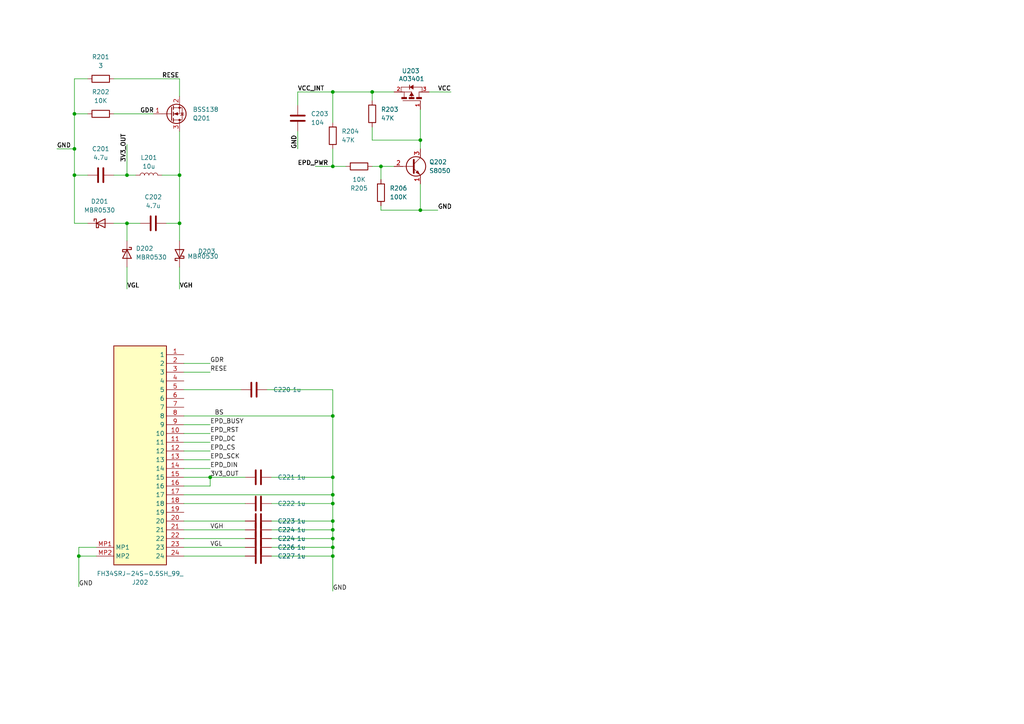
<source format=kicad_sch>
(kicad_sch (version 20250114) (generator "eeschema") (generator_version "9.0")
  (paper "A4")
  (lib_symbols
    (symbol "AO3401:AO3401" (pin_names (offset 1.016))
      (property "Reference" "U" (at 0 -2.54 90))
      (property "Value" "AO3401" (at 2.54 -2.54 90))
      (symbol "AO3401_0_0"
        (polyline (pts (xy -0.508 0) (xy -0.508 -1.397)) (stroke (width 0.1524)))
        (polyline (pts (xy -0.508 -1.397) (xy 2.159 -1.397)) (stroke (width 0.1524)))
        (rectangle (start -0.381 1.524) (end 1.143 2.032) (stroke (width 0.1)) (fill (type outline)))
        (polyline (pts (xy 0 2.54) (xy 5.08 2.54)) (stroke (width 0.1524)))
        (polyline (pts (xy 0.381 1.524) (xy 0.381 0)) (stroke (width 0.1524)))
        (polyline (pts (xy 0.381 0) (xy 0 0)) (stroke (width 0.1524)))
        (rectangle (start 1.778 1.524) (end 3.302 2.032) (stroke (width 0.1)) (fill (type outline)))
        (polyline (pts (xy 2.54 1.651) (xy 2.54 0)) (stroke (width 0.1524)))
        (polyline (pts (xy 2.54 0.127) (xy 3.175 1.143) (xy 1.905 1.143) (xy 2.54 0.127)) (stroke (width 0.1016)) (fill (type outline)))
        (polyline (pts (xy 2.54 0) (xy 4.699 0)) (stroke (width 0.1524)))
        (polyline (pts (xy 3.048 -1.397) (xy 5.588 -1.397)) (stroke (width 0.1524)))
        (polyline (pts (xy 3.048 -1.397) (xy 2.032 -0.762) (xy 2.032 -2.032) (xy 3.048 -1.397)) (stroke (width 0.1016)) (fill (type outline)))
        (rectangle (start 3.048 -2.032) (end 3.175 -0.762) (stroke (width 0.1)) (fill (type outline)))
        (rectangle (start 3.937 1.524) (end 5.461 2.032) (stroke (width 0.1)) (fill (type outline)))
        (polyline (pts (xy 4.699 1.524) (xy 4.699 0)) (stroke (width 0.1524)))
        (polyline (pts (xy 4.699 0) (xy 5.08 0)) (stroke (width 0.1524)))
        (polyline (pts (xy 5.588 -1.397) (xy 5.588 0)) (stroke (width 0.1524)))
        (pin passive line (at -2.54 0 0) (length 2.54) (name "~") (number "3"))
        (pin passive line (at 0 5.08 270) (length 2.54) (name "~") (number "1"))
        (pin passive line (at 7.62 0 180) (length 2.54) (name "~") (number "2"))
      )
    )
    (symbol "Device:C" (pin_numbers (hide yes)) (pin_names (offset 0.254))
      (property "Reference" "C" (at 0.635 2.54 0))
      (property "Value" "C" (at 0.635 -2.54 0))
      (symbol "C_0_1"
        (polyline (pts (xy -2.032 0.762) (xy 2.032 0.762)) (stroke (width 0.508)))
        (polyline (pts (xy -2.032 -0.762) (xy 2.032 -0.762)) (stroke (width 0.508)))
      )
      (symbol "C_1_1"
        (pin passive line (at 0 3.81 270) (length 2.794) (name "~") (number "1"))
        (pin passive line (at 0 -3.81 90) (length 2.794) (name "~") (number "2"))
      )
    )
    (symbol "Device:L" (pin_numbers (hide yes)) (pin_names (offset 1.016) (hide yes))
      (property "Reference" "L" (at -1.27 0 90))
      (property "Value" "L" (at 1.905 0 90))
      (symbol "L_0_1"
        (arc (start 0 2.54) (mid 0.6323 1.905) (end 0 1.27))
        (arc (start 0 1.27) (mid 0.6323 0.635) (end 0 0))
        (arc (start 0 0) (mid 0.6323 -0.635) (end 0 -1.27))
        (arc (start 0 -1.27) (mid 0.6323 -1.905) (end 0 -2.54))
      )
      (symbol "L_1_1"
        (pin passive line (at 0 3.81 270) (length 1.27) (name "1") (number "1"))
        (pin passive line (at 0 -3.81 90) (length 1.27) (name "2") (number "2"))
      )
    )
    (symbol "Device:R" (pin_numbers (hide yes)) (pin_names (offset 0))
      (property "Reference" "R" (at 2.032 0 90))
      (property "Value" "R" (at 0 0 90))
      (symbol "R_0_1"
        (rectangle (start -1.016 -2.54) (end 1.016 2.54) (stroke (width 0.254)))
      )
      (symbol "R_1_1"
        (pin passive line (at 0 3.81 270) (length 1.27) (name "~") (number "1"))
        (pin passive line (at 0 -3.81 90) (length 1.27) (name "~") (number "2"))
      )
    )
    (symbol "Diode:MBR0530" (pin_numbers (hide yes)) (pin_names (offset 1.016) (hide yes))
      (property "Reference" "D" (at 0 2.54 0))
      (property "Value" "MBR0530" (at 0 -2.54 0))
      (symbol "MBR0530_0_1"
        (polyline (pts (xy -1.905 0.635) (xy -1.905 1.27) (xy -1.27 1.27) (xy -1.27 -1.27) (xy -0.635 -1.27) (xy -0.635 -0.635)) (stroke (width 0.254)))
        (polyline (pts (xy 1.27 1.27) (xy 1.27 -1.27) (xy -1.27 0) (xy 1.27 1.27)) (stroke (width 0.254)))
        (polyline (pts (xy 1.27 0) (xy -1.27 0)))
      )
      (symbol "MBR0530_1_1"
        (pin passive line (at -3.81 0 0) (length 2.54) (name "K") (number "1"))
        (pin passive line (at 3.81 0 180) (length 2.54) (name "A") (number "2"))
      )
    )
    (symbol "FH34SRJ-24S-0.5SH(99):FH34SRJ-24S-0.5SH_99_"
      (property "Reference" "J" (at 21.59 7.62 0))
      (property "Value" "FH34SRJ-24S-0.5SH_99_" (at 21.59 5.08 0))
      (symbol "FH34SRJ-24S-0.5SH_99__1_1"
        (rectangle (start 5.08 2.54) (end 20.32 -60.96) (stroke (width 0.254)) (fill (type background)))
        (pin passive line (at 0 0 0) (length 5.08) (name "MP2") (number "MP2"))
        (pin passive line (at 0 -2.54 0) (length 5.08) (name "MP1") (number "MP1"))
        (pin passive line (at 25.4 0 180) (length 5.08) (name "24") (number "24"))
        (pin passive line (at 25.4 -2.54 180) (length 5.08) (name "23") (number "23"))
        (pin passive line (at 25.4 -5.08 180) (length 5.08) (name "22") (number "22"))
        (pin passive line (at 25.4 -7.62 180) (length 5.08) (name "21") (number "21"))
        (pin passive line (at 25.4 -10.16 180) (length 5.08) (name "20") (number "20"))
        (pin passive line (at 25.4 -12.7 180) (length 5.08) (name "19") (number "19"))
        (pin passive line (at 25.4 -15.24 180) (length 5.08) (name "18") (number "18"))
        (pin passive line (at 25.4 -17.78 180) (length 5.08) (name "17") (number "17"))
        (pin passive line (at 25.4 -20.32 180) (length 5.08) (name "16") (number "16"))
        (pin passive line (at 25.4 -22.86 180) (length 5.08) (name "15") (number "15"))
        (pin passive line (at 25.4 -25.4 180) (length 5.08) (name "14") (number "14"))
        (pin passive line (at 25.4 -27.94 180) (length 5.08) (name "13") (number "13"))
        (pin passive line (at 25.4 -30.48 180) (length 5.08) (name "12") (number "12"))
        (pin passive line (at 25.4 -33.02 180) (length 5.08) (name "11") (number "11"))
        (pin passive line (at 25.4 -35.56 180) (length 5.08) (name "10") (number "10"))
        (pin passive line (at 25.4 -38.1 180) (length 5.08) (name "9") (number "9"))
        (pin passive line (at 25.4 -40.64 180) (length 5.08) (name "8") (number "8"))
        (pin passive line (at 25.4 -43.18 180) (length 5.08) (name "7") (number "7"))
        (pin passive line (at 25.4 -45.72 180) (length 5.08) (name "6") (number "6"))
        (pin passive line (at 25.4 -48.26 180) (length 5.08) (name "5") (number "5"))
        (pin passive line (at 25.4 -50.8 180) (length 5.08) (name "4") (number "4"))
        (pin passive line (at 25.4 -53.34 180) (length 5.08) (name "3") (number "3"))
        (pin passive line (at 25.4 -55.88 180) (length 5.08) (name "2") (number "2"))
        (pin passive line (at 25.4 -58.42 180) (length 5.08) (name "1") (number "1"))
      )
    )
    (symbol "Transistor_BJT:S8050" (pin_names (offset 0) (hide yes))
      (property "Reference" "Q" (at 5.08 1.905 0))
      (property "Value" "S8050" (at 5.08 0 0))
      (symbol "S8050_0_1"
        (polyline (pts (xy -2.54 0) (xy 0.635 0)))
        (polyline (pts (xy 0.635 1.905) (xy 0.635 -1.905)) (stroke (width 0.508)))
        (circle (center 1.27 0) (radius 2.8194) (stroke (width 0.254)))
      )
      (symbol "S8050_1_1"
        (polyline (pts (xy 0.635 0.635) (xy 2.54 2.54)))
        (polyline (pts (xy 0.635 -0.635) (xy 2.54 -2.54)))
        (polyline (pts (xy 1.27 -1.778) (xy 1.778 -1.27) (xy 2.286 -2.286) (xy 1.27 -1.778)) (fill (type outline)))
        (pin input line (at -5.08 0 0) (length 2.54) (name "B") (number "2"))
        (pin passive line (at 2.54 5.08 270) (length 2.54) (name "C") (number "3"))
        (pin passive line (at 2.54 -5.08 90) (length 2.54) (name "E") (number "1"))
      )
    )
    (symbol "Transistor_FET:BSS138" (pin_names (hide yes))
      (property "Reference" "Q" (at 5.08 1.905 0))
      (property "Value" "BSS138" (at 5.08 0 0))
      (symbol "BSS138_0_1"
        (polyline (pts (xy 0.254 1.905) (xy 0.254 -1.905)) (stroke (width 0.254)))
        (polyline (pts (xy 0.254 0) (xy -2.54 0)))
        (polyline (pts (xy 0.762 2.286) (xy 0.762 1.27)) (stroke (width 0.254)))
        (polyline (pts (xy 0.762 0.508) (xy 0.762 -0.508)) (stroke (width 0.254)))
        (polyline (pts (xy 0.762 -1.27) (xy 0.762 -2.286)) (stroke (width 0.254)))
        (polyline (pts (xy 0.762 -1.778) (xy 3.302 -1.778) (xy 3.302 1.778) (xy 0.762 1.778)))
        (polyline (pts (xy 1.016 0) (xy 2.032 0.381) (xy 2.032 -0.381) (xy 1.016 0)) (fill (type outline)))
        (circle (center 1.651 0) (radius 2.794) (stroke (width 0.254)))
        (polyline (pts (xy 2.54 2.54) (xy 2.54 1.778)))
        (circle (center 2.54 1.778) (radius 0.254) (fill (type outline)))
        (circle (center 2.54 -1.778) (radius 0.254) (fill (type outline)))
        (polyline (pts (xy 2.54 -2.54) (xy 2.54 0) (xy 0.762 0)))
        (polyline (pts (xy 2.794 0.508) (xy 2.921 0.381) (xy 3.683 0.381) (xy 3.81 0.254)))
        (polyline (pts (xy 3.302 0.381) (xy 2.921 -0.254) (xy 3.683 -0.254) (xy 3.302 0.381)))
      )
      (symbol "BSS138_1_1"
        (pin input line (at -5.08 0 0) (length 2.54) (name "G") (number "1"))
        (pin passive line (at 2.54 5.08 270) (length 2.54) (name "D") (number "3"))
        (pin passive line (at 2.54 -5.08 90) (length 2.54) (name "S") (number "2"))
      )
    )
  )
  (junction (at 21.59 33.02))
  (junction (at 52.07 64.77))
  (junction (at 96.52 143.51))
  (junction (at 96.52 158.75))
  (junction (at 96.52 26.67))
  (junction (at 110.49 48.26))
  (junction (at 121.92 60.96))
  (junction (at 22.86 161.29))
  (junction (at 96.52 153.67))
  (junction (at 52.07 50.8))
  (junction (at 121.92 40.64))
  (junction (at 36.83 50.8))
  (junction (at 21.59 43.18))
  (junction (at 96.52 156.21))
  (junction (at 36.83 64.77))
  (junction (at 60.96 138.43))
  (junction (at 21.59 50.8))
  (junction (at 96.52 138.43))
  (junction (at 107.95 26.67))
  (junction (at 96.52 146.05))
  (junction (at 96.52 161.29))
  (junction (at 96.52 120.65))
  (junction (at 96.52 48.26))
  (junction (at 96.52 151.13))
  (wire (pts (xy 21.59 50.8) (xy 21.59 64.77)))
  (wire (pts (xy 53.34 151.13) (xy 71.12 151.13)))
  (wire (pts (xy 53.34 130.81) (xy 60.96 130.81)))
  (wire (pts (xy 78.74 158.75) (xy 96.52 158.75)))
  (wire (pts (xy 36.83 77.47) (xy 36.83 83.82)))
  (wire (pts (xy 91.44 48.26) (xy 96.52 48.26)))
  (wire (pts (xy 107.95 26.67) (xy 107.95 29.21)))
  (wire (pts (xy 46.99 50.8) (xy 52.07 50.8)))
  (wire (pts (xy 36.83 50.8) (xy 39.37 50.8)))
  (wire (pts (xy 21.59 43.18) (xy 21.59 50.8)))
  (wire (pts (xy 77.47 113.03) (xy 96.52 113.03)))
  (wire (pts (xy 86.36 26.67) (xy 86.36 30.48)))
  (wire (pts (xy 33.02 50.8) (xy 36.83 50.8)))
  (wire (pts (xy 96.52 156.21) (xy 96.52 158.75)))
  (wire (pts (xy 86.36 26.67) (xy 96.52 26.67)))
  (wire (pts (xy 96.52 161.29) (xy 96.52 171.45)))
  (wire (pts (xy 53.34 107.95) (xy 60.96 107.95)))
  (wire (pts (xy 21.59 33.02) (xy 21.59 43.18)))
  (wire (pts (xy 78.74 153.67) (xy 96.52 153.67)))
  (wire (pts (xy 22.86 161.29) (xy 22.86 170.18)))
  (wire (pts (xy 96.52 43.18) (xy 96.52 48.26)))
  (wire (pts (xy 53.34 128.27) (xy 60.96 128.27)))
  (wire (pts (xy 107.95 36.83) (xy 107.95 40.64)))
  (wire (pts (xy 21.59 64.77) (xy 25.4 64.77)))
  (wire (pts (xy 53.34 146.05) (xy 71.12 146.05)))
  (wire (pts (xy 96.52 146.05) (xy 96.52 151.13)))
  (wire (pts (xy 33.02 22.86) (xy 52.07 22.86)))
  (wire (pts (xy 96.52 26.67) (xy 96.52 35.56)))
  (wire (pts (xy 16.51 43.18) (xy 21.59 43.18)))
  (wire (pts (xy 96.52 113.03) (xy 96.52 120.65)))
  (wire (pts (xy 96.52 48.26) (xy 100.33 48.26)))
  (wire (pts (xy 53.34 105.41) (xy 60.96 105.41)))
  (wire (pts (xy 96.52 143.51) (xy 96.52 146.05)))
  (wire (pts (xy 53.34 123.19) (xy 60.96 123.19)))
  (wire (pts (xy 60.96 140.97) (xy 60.96 138.43)))
  (wire (pts (xy 48.26 64.77) (xy 52.07 64.77)))
  (wire (pts (xy 53.34 161.29) (xy 71.12 161.29)))
  (wire (pts (xy 21.59 33.02) (xy 25.4 33.02)))
  (wire (pts (xy 86.36 38.1) (xy 86.36 43.18)))
  (wire (pts (xy 22.86 158.75) (xy 27.94 158.75)))
  (wire (pts (xy 78.74 146.05) (xy 96.52 146.05)))
  (wire (pts (xy 110.49 48.26) (xy 110.49 52.07)))
  (wire (pts (xy 60.96 138.43) (xy 71.12 138.43)))
  (wire (pts (xy 53.34 125.73) (xy 60.96 125.73)))
  (wire (pts (xy 53.34 153.67) (xy 71.12 153.67)))
  (wire (pts (xy 53.34 138.43) (xy 60.96 138.43)))
  (wire (pts (xy 114.3 26.67) (xy 107.95 26.67)))
  (wire (pts (xy 107.95 48.26) (xy 110.49 48.26)))
  (wire (pts (xy 53.34 113.03) (xy 69.85 113.03)))
  (wire (pts (xy 78.74 156.21) (xy 96.52 156.21)))
  (wire (pts (xy 33.02 33.02) (xy 44.45 33.02)))
  (wire (pts (xy 53.34 133.35) (xy 60.96 133.35)))
  (wire (pts (xy 52.07 64.77) (xy 52.07 69.85)))
  (wire (pts (xy 21.59 50.8) (xy 25.4 50.8)))
  (wire (pts (xy 52.07 50.8) (xy 52.07 64.77)))
  (wire (pts (xy 124.46 26.67) (xy 130.81 26.67)))
  (wire (pts (xy 33.02 64.77) (xy 36.83 64.77)))
  (wire (pts (xy 36.83 41.91) (xy 36.83 50.8)))
  (wire (pts (xy 121.92 31.75) (xy 121.92 40.64)))
  (wire (pts (xy 52.07 77.47) (xy 52.07 83.82)))
  (wire (pts (xy 96.52 151.13) (xy 96.52 153.67)))
  (wire (pts (xy 121.92 40.64) (xy 121.92 43.18)))
  (wire (pts (xy 53.34 120.65) (xy 96.52 120.65)))
  (wire (pts (xy 53.34 156.21) (xy 71.12 156.21)))
  (wire (pts (xy 110.49 59.69) (xy 110.49 60.96)))
  (wire (pts (xy 21.59 22.86) (xy 21.59 33.02)))
  (wire (pts (xy 53.34 140.97) (xy 60.96 140.97)))
  (wire (pts (xy 96.52 158.75) (xy 96.52 161.29)))
  (wire (pts (xy 107.95 40.64) (xy 121.92 40.64)))
  (wire (pts (xy 78.74 151.13) (xy 96.52 151.13)))
  (wire (pts (xy 36.83 64.77) (xy 36.83 69.85)))
  (wire (pts (xy 96.52 153.67) (xy 96.52 156.21)))
  (wire (pts (xy 110.49 48.26) (xy 114.3 48.26)))
  (wire (pts (xy 121.92 53.34) (xy 121.92 60.96)))
  (wire (pts (xy 52.07 22.86) (xy 52.07 27.94)))
  (wire (pts (xy 52.07 38.1) (xy 52.07 50.8)))
  (wire (pts (xy 53.34 135.89) (xy 60.96 135.89)))
  (wire (pts (xy 22.86 158.75) (xy 22.86 161.29)))
  (wire (pts (xy 96.52 120.65) (xy 96.52 138.43)))
  (wire (pts (xy 110.49 60.96) (xy 121.92 60.96)))
  (wire (pts (xy 78.74 138.43) (xy 96.52 138.43)))
  (wire (pts (xy 22.86 161.29) (xy 27.94 161.29)))
  (wire (pts (xy 53.34 158.75) (xy 71.12 158.75)))
  (wire (pts (xy 96.52 26.67) (xy 107.95 26.67)))
  (wire (pts (xy 121.92 60.96) (xy 127 60.96)))
  (wire (pts (xy 25.4 22.86) (xy 21.59 22.86)))
  (wire (pts (xy 53.34 143.51) (xy 96.52 143.51)))
  (wire (pts (xy 78.74 161.29) (xy 96.52 161.29)))
  (wire (pts (xy 36.83 64.77) (xy 40.64 64.77)))
  (wire (pts (xy 96.52 138.43) (xy 96.52 143.51)))
  (label "VGH" (at 52.07 83.82 0))
  (label "GDR" (at 40.64 33.02 0))
  (label "VCC" (at 127 26.67 0))
  (label "RESE" (at 46.99 22.86 0))
  (label "GDR" (at 60.96 105.41 0))
  (label "VCC_INT" (at 86.36 26.67 0))
  (label "GND" (at 127 60.96 0))
  (label "RESE" (at 46.99 22.86 0))
  (label "3V3_OUT" (at 36.83 46.99 90))
  (label "EPD_PWR" (at 86.36 48.26 0))
  (label "BS" (at 62.23 120.65 0))
  (label "3V3_OUT" (at 36.83 46.99 90))
  (label "VGL" (at 36.83 83.82 0))
  (label "GDR" (at 40.64 33.02 0))
  (label "GDR" (at 40.64 33.02 0))
  (label "GND" (at 127 60.96 0))
  (label "GND" (at 96.52 171.45 0))
  (label "GND" (at 16.51 43.18 0))
  (label "GND" (at 86.36 43.18 90))
  (label "RESE" (at 46.99 22.86 0))
  (label "EPD_DC" (at 60.96 128.27 0))
  (label "GDR" (at 40.64 33.02 0))
  (label "GND" (at 127 60.96 0))
  (label "3V3_OUT" (at 36.83 46.99 90))
  (label "VCC" (at 127 26.67 0))
  (label "VGH" (at 52.07 83.82 0))
  (label "EPD_PWR" (at 86.36 48.26 0))
  (label "EPD_CS" (at 60.96 130.81 0))
  (label "EPD_PWR" (at 86.36 48.26 0))
  (label "VGH" (at 60.96 153.67 0))
  (label "RESE" (at 60.96 107.95 0))
  (label "EPD_BUSY" (at 60.96 123.19 0))
  (label "EPD_RST" (at 60.96 125.73 0))
  (label "VGL" (at 36.83 83.82 0))
  (label "VGL" (at 60.96 158.75 0))
  (label "GND" (at 86.36 43.18 90))
  (label "EPD_SCK" (at 60.96 133.35 0))
  (label "3V3_OUT" (at 36.83 46.99 90))
  (label "GND" (at 86.36 43.18 90))
  (label "VGH" (at 52.07 83.82 0))
  (label "VGL" (at 36.83 83.82 0))
  (label "VCC" (at 127 26.67 0))
  (label "RESE" (at 46.99 22.86 0))
  (label "3V3_OUT" (at 60.96 138.43 0))
  (label "GND" (at 16.51 43.18 0))
  (label "GND" (at 16.51 43.18 0))
  (label "VGH" (at 52.07 83.82 0))
  (label "VCC" (at 127 26.67 0))
  (label "GND" (at 22.86 170.18 0))
  (label "GND" (at 86.36 43.18 90))
  (label "GND" (at 127 60.96 0))
  (label "VGL" (at 36.83 83.82 0))
  (label "VCC_INT" (at 86.36 26.67 0))
  (label "EPD_PWR" (at 86.36 48.26 0))
  (label "VCC_INT" (at 86.36 26.67 0))
  (label "GND" (at 16.51 43.18 0))
  (label "VCC_INT" (at 86.36 26.67 0))
  (label "EPD_DIN" (at 60.96 135.89 0))
  (symbol (lib_id "Device:R") (at 29.21 22.86 270) (unit 1)
    (property "Reference" "R201" (at 29.21 16.51 90))
    (property "Value" "3" (at 29.21 19.05 90))
    (property "Footprint" "Resistor_SMD:R_0805_2012Metric_Pad1.20x1.40mm_HandSolder" (effects (hide yes)))
    (property "Description" "Resistor" (effects (hide yes)))
  )
  (symbol (lib_id "FH34SRJ-24S-0.5SH(99):FH34SRJ-24S-0.5SH_99_") (at 27.94 161.29 0) (mirror x) (unit 1)
    (property "Reference" "J202" (at 40.64 168.91 0))
    (property "Value" "FH34SRJ-24S-0.5SH_99_" (at 40.64 166.37 0))
    (property "Footprint" "Custom:FH34SRJ24S05SH99" (effects (hide yes)))
    (property "Datasheet" "https://www.hirose.com/en/product/document?clcode=CL0580-1255-6-99&productname=FH34SRJ-24S-0.5SH(99)&series=FH34SRJ&documenttype=2DDrawing&lang=en&documentid=0000990903" (effects (hide yes)))
    (property "Description" "24 Position FFC, FPC Connector Contacts, Top and Bottom 0.020\" (0.50mm) Surface Mount, Right Angle" (effects (hide yes)))
    (property "Height" "1.1" (effects (hide yes)))
    (property "Mouser Part Number" "798-FH34SRJ24S05SH99" (effects (hide yes)))
    (property "Mouser Price/Stock" "https://www.mouser.co.uk/ProductDetail/Hirose-Connector/FH34SRJ-24S-0.5SH99?qs=vcbW%252B4%252BSTIpKBl5ap9J8Fw%3D%3D" (effects (hide yes)))
    (property "Manufacturer_Name" "Hirose" (effects (hide yes)))
    (property "Manufacturer_Part_Number" "FH34SRJ-24S-0.5SH(99)" (effects (hide yes)))
  )
  (symbol (lib_id "Device:C") (at 74.93 161.29 90) (unit 1)
    (property "Reference" "C227" (at 83.058 161.29 90))
    (property "Value" "1u" (at 87.376 161.29 90))
    (property "Footprint" "Capacitor_SMD:C_0805_2012Metric_Pad1.18x1.45mm_HandSolder" (effects (hide yes)))
    (property "Description" "Unpolarized capacitor" (effects (hide yes)))
  )
  (symbol (lib_id "Device:C") (at 74.93 138.43 90) (unit 1)
    (property "Reference" "C221" (at 83.058 138.43 90))
    (property "Value" "1u" (at 87.376 138.43 90))
    (property "Footprint" "Capacitor_SMD:C_0805_2012Metric_Pad1.18x1.45mm_HandSolder" (effects (hide yes)))
    (property "Description" "Unpolarized capacitor" (effects (hide yes)))
  )
  (symbol (lib_id "Device:C") (at 29.21 50.8 90) (unit 1)
    (property "Reference" "C201" (at 29.21 43.18 90))
    (property "Value" "4.7u" (at 29.21 45.72 90))
    (property "Footprint" "Capacitor_SMD:C_0805_2012Metric_Pad1.18x1.45mm_HandSolder" (effects (hide yes)))
    (property "Description" "Unpolarized capacitor" (effects (hide yes)))
  )
  (symbol (lib_id "Device:R") (at 107.95 33.02 0) (unit 1)
    (property "Reference" "R203" (at 110.49 31.7499 0) (effects (justify left)))
    (property "Value" "47K" (at 110.49 34.2899 0) (effects (justify left)))
    (property "Footprint" "Resistor_SMD:R_0805_2012Metric_Pad1.20x1.40mm_HandSolder" (effects (hide yes)))
    (property "Description" "Resistor" (effects (hide yes)))
  )
  (symbol (lib_id "Device:C") (at 44.45 64.77 90) (unit 1)
    (property "Reference" "C202" (at 44.45 57.15 90))
    (property "Value" "4.7u" (at 44.45 59.69 90))
    (property "Footprint" "Capacitor_SMD:C_0805_2012Metric_Pad1.18x1.45mm_HandSolder" (effects (hide yes)))
    (property "Description" "Unpolarized capacitor" (effects (hide yes)))
  )
  (symbol (lib_id "Device:C") (at 74.93 151.13 90) (unit 1)
    (property "Reference" "C223" (at 83.058 151.13 90))
    (property "Value" "1u" (at 87.376 151.13 90))
    (property "Footprint" "Capacitor_SMD:C_0805_2012Metric_Pad1.18x1.45mm_HandSolder" (effects (hide yes)))
    (property "Description" "Unpolarized capacitor" (effects (hide yes)))
  )
  (symbol (lib_id "Diode:MBR0530") (at 52.07 73.66 90) (unit 1)
    (property "Reference" "D203" (at 57.404 72.898 90) (effects (justify right)))
    (property "Value" "MBR0530" (at 54.356 74.3586 90) (effects (justify right)))
    (property "Footprint" "Diode_SMD:D_SOD-123" (effects (hide yes)))
    (property "Datasheet" "http://www.mccsemi.com/up_pdf/MBR0520~MBR0580(SOD123).pdf" (effects (hide yes)))
    (property "Description" "30V 0.5A Schottky Power Rectifier Diode, SOD-123" (effects (hide yes)))
  )
  (symbol (lib_id "Device:C") (at 74.93 146.05 90) (unit 1)
    (property "Reference" "C222" (at 83.058 146.05 90))
    (property "Value" "1u" (at 87.376 146.05 90))
    (property "Footprint" "Capacitor_SMD:C_0805_2012Metric_Pad1.18x1.45mm_HandSolder" (effects (hide yes)))
    (property "Description" "Unpolarized capacitor" (effects (hide yes)))
  )
  (symbol (lib_id "Device:R") (at 104.14 48.26 270) (unit 1)
    (property "Reference" "R205" (at 104.14 54.61 90))
    (property "Value" "10K" (at 104.14 52.07 90))
    (property "Footprint" "Resistor_SMD:R_0805_2012Metric_Pad1.20x1.40mm_HandSolder" (effects (hide yes)))
    (property "Description" "Resistor" (effects (hide yes)))
  )
  (symbol (lib_id "Diode:MBR0530") (at 36.83 73.66 270) (unit 1)
    (property "Reference" "D202" (at 39.37 72.0724 90) (effects (justify left)))
    (property "Value" "MBR0530" (at 39.37 74.6124 90) (effects (justify left)))
    (property "Footprint" "Diode_SMD:D_SOD-123" (effects (hide yes)))
    (property "Datasheet" "http://www.mccsemi.com/up_pdf/MBR0520~MBR0580(SOD123).pdf" (effects (hide yes)))
    (property "Description" "30V 0.5A Schottky Power Rectifier Diode, SOD-123" (effects (hide yes)))
  )
  (symbol (lib_id "Transistor_BJT:S8050") (at 119.38 48.26 0) (unit 1)
    (property "Reference" "Q202" (at 124.46 46.9899 0) (effects (justify left)))
    (property "Value" "S8050" (at 124.46 49.5299 0) (effects (justify left)))
    (property "Footprint" "Package_TO_SOT_THT:TO-92_Inline" (effects (hide yes)))
    (property "Datasheet" "http://www.unisonic.com.tw/datasheet/S8050.pdf" (effects (hide yes)))
    (property "Description" "0.7A Ic, 20V Vce, Low Voltage High Current NPN Transistor, TO-92" (effects (hide yes)))
  )
  (symbol (lib_id "Device:C") (at 74.93 156.21 90) (unit 1)
    (property "Reference" "C224" (at 83.058 156.21 90))
    (property "Value" "1u" (at 87.376 156.21 90))
    (property "Footprint" "Capacitor_SMD:C_0805_2012Metric_Pad1.18x1.45mm_HandSolder" (effects (hide yes)))
    (property "Description" "Unpolarized capacitor" (effects (hide yes)))
  )
  (symbol (lib_id "Device:C") (at 73.66 113.03 90) (unit 1)
    (property "Reference" "C220" (at 81.788 113.03 90))
    (property "Value" "1u" (at 86.106 113.03 90))
    (property "Footprint" "Capacitor_SMD:C_0805_2012Metric_Pad1.18x1.45mm_HandSolder" (effects (hide yes)))
    (property "Description" "Unpolarized capacitor" (effects (hide yes)))
  )
  (symbol (lib_id "Device:C") (at 74.93 158.75 90) (unit 1)
    (property "Reference" "C226" (at 83.058 158.75 90))
    (property "Value" "1u" (at 87.376 158.75 90))
    (property "Footprint" "Capacitor_SMD:C_0805_2012Metric_Pad1.18x1.45mm_HandSolder" (effects (hide yes)))
    (property "Description" "Unpolarized capacitor" (effects (hide yes)))
  )
  (symbol (lib_id "AO3401:AO3401") (at 121.92 26.67 180) (unit 1)
    (property "Reference" "U203" (at 119.126 20.574 0))
    (property "Value" "AO3401" (at 119.38 22.86 0))
    (property "Footprint" "Custom:SOT23" (effects (hide yes)))
    (property "MF" "Alpha & Omega Semiconductor" (effects (hide yes)))
    (property "Description_1" "P-Channel 30 V 4A (Ta) 1.4W (Ta) Surface Mount SOT-23-3" (effects (hide yes)))
    (property "Package" "SOT-23-3 Alpha &amp; Omega Semiconductor" (effects (hide yes)))
    (property "Price" "None" (effects (hide yes)))
    (property "SnapEDA_Link" "https://www.snapeda.com/parts/AO3401/Alpha/view-part/?ref=snap" (effects (hide yes)))
    (property "MP" "AO3401" (effects (hide yes)))
    (property "Availability" "In Stock" (effects (hide yes)))
    (property "Check_prices" "https://www.snapeda.com/parts/AO3401/Alpha/view-part/?ref=eda" (effects (hide yes)))
  )
  (symbol (lib_id "Device:R") (at 96.52 39.37 0) (unit 1)
    (property "Reference" "R204" (at 99.06 38.0999 0) (effects (justify left)))
    (property "Value" "47K" (at 99.06 40.6399 0) (effects (justify left)))
    (property "Footprint" "Resistor_SMD:R_0805_2012Metric_Pad1.20x1.40mm_HandSolder" (effects (hide yes)))
    (property "Description" "Resistor" (effects (hide yes)))
  )
  (symbol (lib_id "Device:R") (at 110.49 55.88 180) (unit 1)
    (property "Reference" "R206" (at 113.03 54.6099 0) (effects (justify right)))
    (property "Value" "100K" (at 113.03 57.1499 0) (effects (justify right)))
    (property "Footprint" "Resistor_SMD:R_0805_2012Metric_Pad1.20x1.40mm_HandSolder" (effects (hide yes)))
    (property "Description" "Resistor" (effects (hide yes)))
  )
  (symbol (lib_id "Transistor_FET:BSS138") (at 49.53 33.02 0) (mirror x) (unit 1)
    (property "Reference" "Q201" (at 55.88 34.2901 0) (effects (justify left)))
    (property "Value" "BSS138" (at 55.88 31.7501 0) (effects (justify left)))
    (property "Footprint" "Package_TO_SOT_SMD:SOT-23-3" (effects (hide yes)))
    (property "Datasheet" "https://www.onsemi.com/pub/Collateral/BSS138-D.PDF" (effects (hide yes)))
    (property "Description" "50V Vds, 0.22A Id, N-Channel MOSFET, SOT-23" (effects (hide yes)))
  )
  (symbol (lib_id "Device:C") (at 74.93 153.67 90) (unit 1)
    (property "Reference" "C224" (at 83.058 153.67 90))
    (property "Value" "1u" (at 87.376 153.67 90))
    (property "Footprint" "Capacitor_SMD:C_0805_2012Metric_Pad1.18x1.45mm_HandSolder" (effects (hide yes)))
    (property "Description" "Unpolarized capacitor" (effects (hide yes)))
  )
  (symbol (lib_id "Device:C") (at 86.36 34.29 0) (unit 1)
    (property "Reference" "C203" (at 90.17 33.0199 0) (effects (justify left)))
    (property "Value" "104" (at 90.17 35.5599 0) (effects (justify left)))
    (property "Footprint" "Capacitor_SMD:C_0805_2012Metric_Pad1.18x1.45mm_HandSolder" (effects (hide yes)))
    (property "Description" "Unpolarized capacitor" (effects (hide yes)))
  )
  (symbol (lib_id "Device:R") (at 29.21 33.02 90) (unit 1)
    (property "Reference" "R202" (at 29.21 26.67 90))
    (property "Value" "10K" (at 29.21 29.21 90))
    (property "Footprint" "Resistor_SMD:R_0805_2012Metric_Pad1.20x1.40mm_HandSolder" (effects (hide yes)))
    (property "Description" "Resistor" (effects (hide yes)))
  )
  (symbol (lib_id "Device:L") (at 43.18 50.8 90) (unit 1)
    (property "Reference" "L201" (at 43.18 45.72 90))
    (property "Value" "10u" (at 43.18 48.26 90))
    (property "Footprint" "Inductor_SMD:L_0805_2012Metric_Pad1.05x1.20mm_HandSolder" (effects (hide yes)))
    (property "Description" "Inductor" (effects (hide yes)))
  )
  (symbol (lib_id "Diode:MBR0530") (at 29.21 64.77 0) (unit 1)
    (property "Reference" "D201" (at 28.8925 58.42 0))
    (property "Value" "MBR0530" (at 28.8925 60.96 0))
    (property "Footprint" "Diode_SMD:D_SOD-123" (effects (hide yes)))
    (property "Datasheet" "http://www.mccsemi.com/up_pdf/MBR0520~MBR0580(SOD123).pdf" (effects (hide yes)))
    (property "Description" "30V 0.5A Schottky Power Rectifier Diode, SOD-123" (effects (hide yes)))
  )
)
</source>
